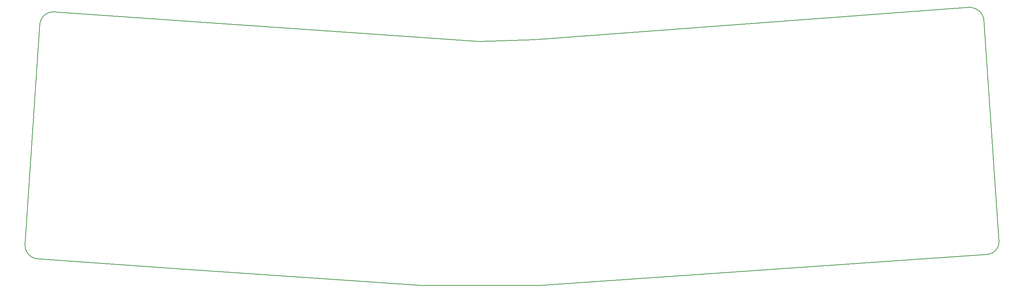
<source format=gbr>
%TF.GenerationSoftware,KiCad,Pcbnew,8.0.3*%
%TF.CreationDate,2024-09-04T22:21:18+02:00*%
%TF.ProjectId,peanut,7065616e-7574-42e6-9b69-6361645f7063,rev?*%
%TF.SameCoordinates,Original*%
%TF.FileFunction,Profile,NP*%
%FSLAX46Y46*%
G04 Gerber Fmt 4.6, Leading zero omitted, Abs format (unit mm)*
G04 Created by KiCad (PCBNEW 8.0.3) date 2024-09-04 22:21:18*
%MOMM*%
%LPD*%
G01*
G04 APERTURE LIST*
%TA.AperFunction,Profile*%
%ADD10C,0.200000*%
%TD*%
G04 APERTURE END LIST*
D10*
X262915976Y-36265004D02*
G75*
G02*
X266112464Y-39126544I-184776J-3422496D01*
G01*
X269657536Y-91281250D02*
G75*
G02*
X267003797Y-94223092I-2957536J50D01*
G01*
X134463736Y-101535248D02*
X162342123Y-101556831D01*
X45264796Y-40116287D02*
G75*
G02*
X48418750Y-37306250I3153954J-364963D01*
G01*
X269657536Y-91281250D02*
X266112511Y-39126536D01*
X45264796Y-40116287D02*
X41753612Y-92047310D01*
X162342123Y-101556831D02*
X267003802Y-94223142D01*
X148051913Y-44250342D02*
X160992570Y-43888815D01*
X77720599Y-97588624D02*
X134463736Y-101535248D01*
X160992570Y-43888815D02*
X262915976Y-36265003D01*
X44462188Y-95276072D02*
G75*
G02*
X41753531Y-92047311I620712J3271272D01*
G01*
X148051913Y-44250342D02*
X48418750Y-37306250D01*
X44462188Y-95276072D02*
X77720599Y-97588624D01*
M02*

</source>
